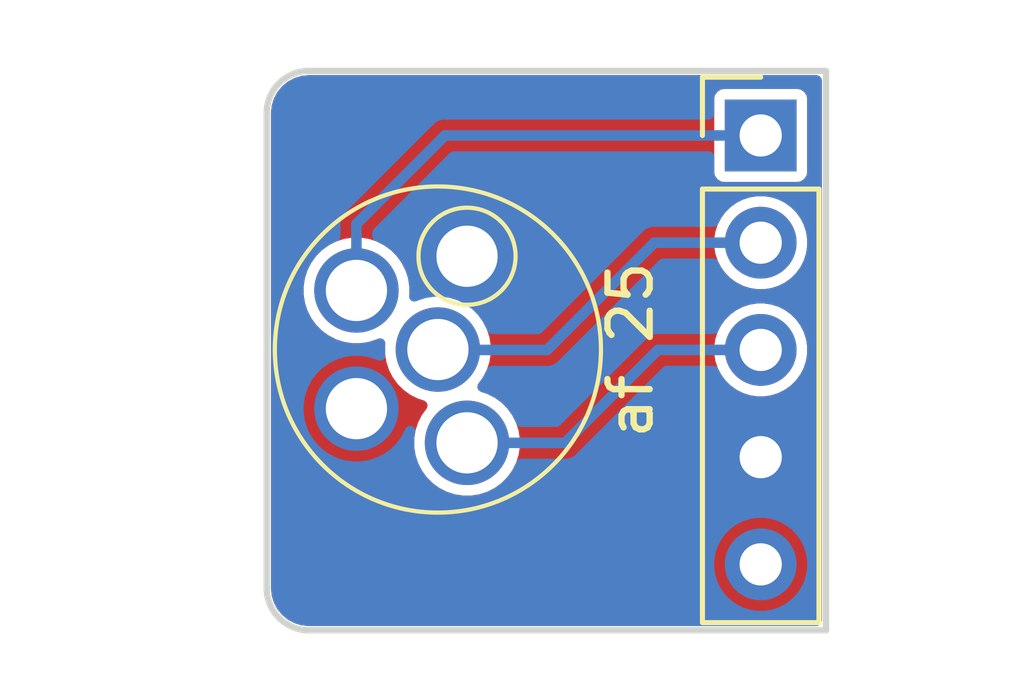
<source format=kicad_pcb>
(kicad_pcb (version 20241229) (generator "pcbnew") (generator_version "9.0")
  (title_block (title "MiniXLR adapter") (date "2025-08-18") (rev "6c") (company "elagil"))
  (layers (0 "F.Cu" signal) (2 "B.Cu" signal) (13 "F.Paste" user) (15 "B.Paste" user) (5 "F.SilkS" user "F.Silkscreen") (7 "B.SilkS" user "B.Silkscreen") (1 "F.Mask" user) (3 "B.Mask" user) (25 "Edge.Cuts" user))
  (net 0 "")
  (net 1 "/TC+")
  (net 2 "/DET")
  (net 3 "/GND")
  (net 4 "/HEATER")
  (net 5 "/SLP")
  (footprint "connector_audio:MiniXLR-5_Rean_RT5MPR" (layer "F.Cu") (at 140.68 106.85 -90)
    (property "Reference" "J1" (hide yes))
    (property "Value" "XLR5")
    (fp_circle (center 0 0) (end 0.635 -3.81) (stroke (width 0.1)) (fill no) (layer "F.SilkS"))
    (fp_circle (center -2.21 -0.69) (end -1.06 -0.69) (stroke (width 0.1)) (fill no) (layer "F.SilkS"))
    (pad "1" thru_hole circle (at -2.21 -0.69 90) (size 2 2) (drill 1.45) (layers "*.Cu" "*.Mask") (net 3 "/GND"))
    (pad "2" thru_hole circle (at -1.4 1.93 90) (size 2 2) (drill 1.45) (layers "*.Cu" "*.Mask") (net 1 "/TC+"))
    (pad "3" thru_hole circle (at 1.4 1.93 90) (size 2 2) (drill 1.45) (layers "*.Cu" "*.Mask") (net 4 "/HEATER"))
    (pad "4" thru_hole circle (at 2.21 -0.69 90) (size 2 2) (drill 1.45) (layers "*.Cu" "*.Mask") (net 5 "/SLP"))
    (pad "5" thru_hole circle (at 0 0 90) (size 2 2) (drill 1.45) (layers "*.Cu" "*.Mask") (net 2 "/DET"))
  )
  (footprint "Connector_PinHeader_2.54mm:PinHeader_1x05_P2.54mm_Vertical" (layer "F.Cu") (at 148.326708 101.779)
    (property "Reference" "J3" (hide yes))
    (property "Value" "Conn_01x05_Pin")
    (fp_line (start -1.38 -1.38) (end 0 -1.38) (stroke (width 0.12)) (layer "F.SilkS"))
    (fp_line (start -1.38 0) (end -1.38 -1.38) (stroke (width 0.12)) (layer "F.SilkS"))
    (fp_line (start -1.38 1.27) (end -1.38 11.54) (stroke (width 0.12)) (layer "F.SilkS"))
    (fp_line (start -1.38 1.27) (end 1.38 1.27) (stroke (width 0.12)) (layer "F.SilkS"))
    (fp_line (start -1.38 11.54) (end 1.38 11.54) (stroke (width 0.12)) (layer "F.SilkS"))
    (fp_line (start 1.38 1.27) (end 1.38 11.54) (stroke (width 0.12)) (layer "F.SilkS"))
    (pad "1" thru_hole rect (at 0 0) (size 1.7 1.7) (drill 1) (layers "*.Cu" "*.Mask") (net 1 "/TC+"))
    (pad "2" thru_hole circle (at 0 2.54) (size 1.7 1.7) (drill 1) (layers "*.Cu" "*.Mask") (net 2 "/DET"))
    (pad "3" thru_hole circle (at 0 5.08) (size 1.7 1.7) (drill 1) (layers "*.Cu" "*.Mask") (net 5 "/SLP"))
    (pad "4" thru_hole circle (at 0 7.62) (size 1.7 1.7) (drill 1) (layers "*.Cu" "*.Mask") (net 3 "/GND"))
    (pad "5" thru_hole circle (at 0 10.16) (size 1.7 1.7) (drill 1) (layers "*.Cu" "*.Mask") (net 4 "/HEATER"))
  )
  (gr_arc (start 137.625 113.5) (mid 136.917893 113.207107) (end 136.625 112.5) (stroke (width 0.15)) (layer "Edge.Cuts"))
  (gr_arc (start 136.625 101.25) (mid 136.917893 100.542893) (end 137.625 100.25) (stroke (width 0.15)) (layer "Edge.Cuts"))
  (gr_line (start 137.625 113.5) (end 149.875 113.5) (stroke (width 0.15)) (layer "Edge.Cuts"))
  (gr_line (start 136.625 112.5) (end 136.625 101.25) (stroke (width 0.15)) (layer "Edge.Cuts"))
  (gr_line (start 149.875 113.5) (end 149.875 100.25) (stroke (width 0.15)) (layer "Edge.Cuts"))
  (gr_line (start 137.625 100.25) (end 149.875 100.25) (stroke (width 0.15)) (layer "Edge.Cuts"))
  (gr_text "af 25" (at 145.826708 109.029669 90) (layer "F.SilkS") (effects (font (size 1 1)) (justify left bottom)))
  (segment (start 140.846 101.779) (end 148.326708 101.779) (width 0.25) (layer "B.Cu") (net 1))
  (segment (start 138.75 103.875) (end 140.846 101.779) (width 0.25) (layer "B.Cu") (net 1))
  (segment (start 138.75 105.45) (end 138.75 103.875) (width 0.25) (layer "B.Cu") (net 1))
  (segment (start 148.326708 104.319) (end 145.806 104.319) (width 0.25) (layer "B.Cu") (net 2))
  (segment (start 143.265331 106.859669) (end 140.686708 106.859669) (width 0.25) (layer "B.Cu") (net 2))
  (segment (start 145.806 104.319) (end 143.265331 106.859669) (width 0.25) (layer "B.Cu") (net 2))
  (segment (start 145.891 106.859) (end 143.69 109.06) (width 0.25) (layer "B.Cu") (net 5))
  (segment (start 148.326708 106.859) (end 145.891 106.859) (width 0.25) (layer "B.Cu") (net 5))
  (segment (start 143.69 109.06) (end 141.37 109.06) (width 0.25) (layer "B.Cu") (net 5))
  (zone (net 4) (net_name "/HEATER") (layer "F.Cu") (priority 1) (connect_pads yes (clearance 0.25)) (min_thickness 0.25) (fill yes (thermal_gap 0.5) (thermal_bridge_width 0.5))
    (polygon (pts (xy 136.375 100.125) (xy 136.375 113.625) (xy 150 113.625) (xy 150 100.125)))
  )
  (zone (net 3) (net_name "/GND") (layer "B.Cu") (priority 1) (connect_pads yes (clearance 0.25)) (min_thickness 0.25) (fill yes (thermal_gap 0.5) (thermal_bridge_width 0.5))
    (polygon (pts (xy 136.375 100.125) (xy 136.375 113.625) (xy 150 113.625) (xy 150 100.125)))
  )
)
</source>
